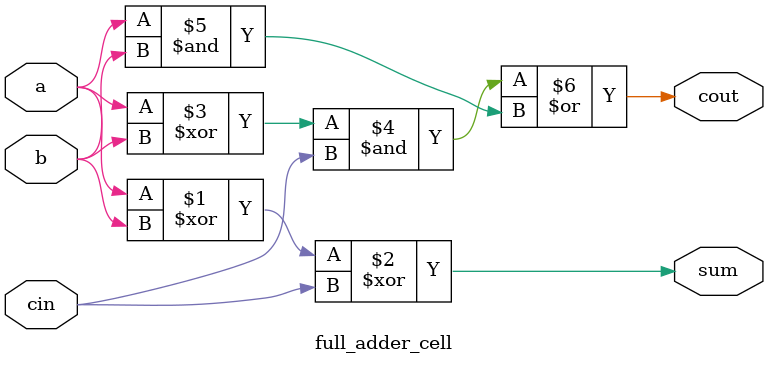
<source format=v>
module full_adder_cell(
	input  wire a,
	input  wire b,
	input  wire cin,
	output wire sum,
	output wire cout
    );
    
    assign sum  = a ^ b ^ cin;
    assign cout = ((a ^ b) & cin) | (a & b);
    
endmodule

</source>
